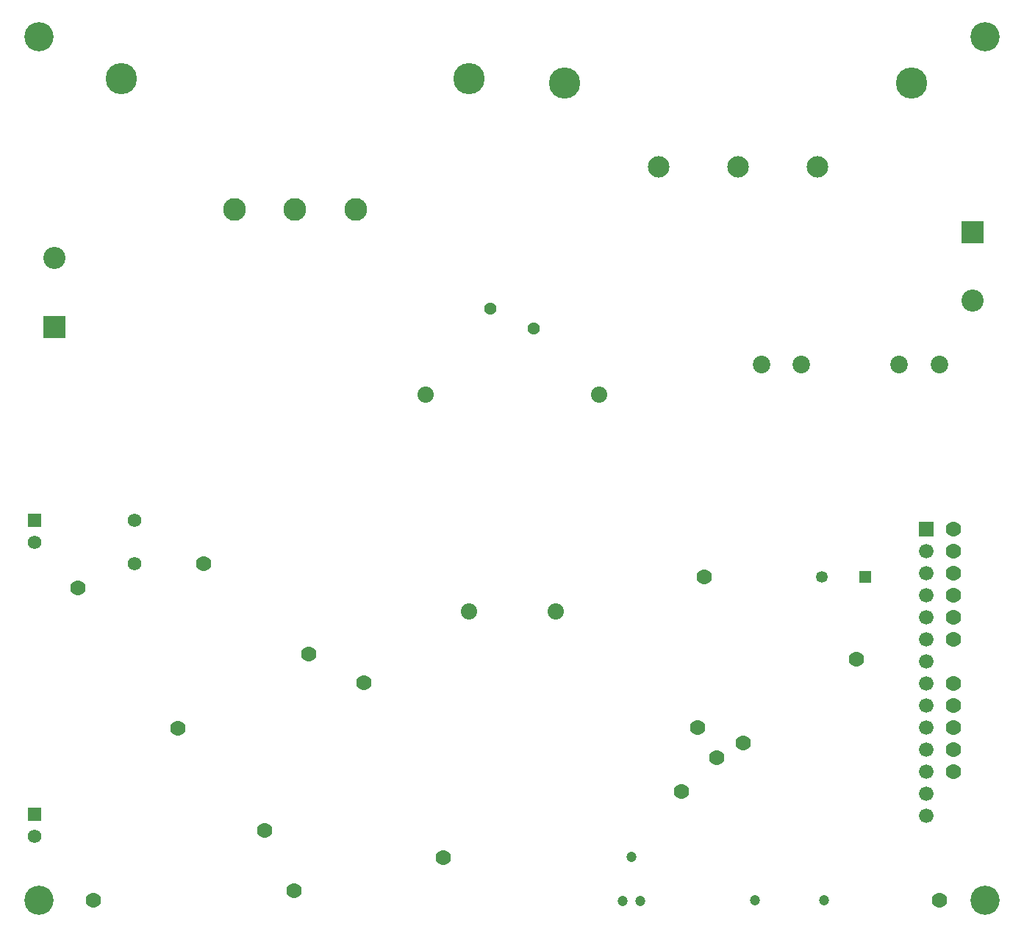
<source format=gbs>
G04*
G04 #@! TF.GenerationSoftware,Altium Limited,CircuitStudio,1.5.2 (30)*
G04*
G04 Layer_Color=16711935*
%FSLAX44Y44*%
%MOMM*%
G71*
G01*
G75*
%ADD92C,3.6000*%
%ADD93C,2.6260*%
%ADD94C,2.4760*%
%ADD95C,1.3510*%
%ADD96R,1.3510X1.3510*%
%ADD97C,1.7760*%
%ADD98C,1.6760*%
%ADD99R,1.6760X1.6760*%
%ADD100C,1.5760*%
%ADD101R,1.5760X1.5760*%
%ADD102C,3.3540*%
%ADD103C,1.4260*%
%ADD104R,2.5510X2.5510*%
%ADD105C,2.5510*%
%ADD106C,2.0260*%
%ADD107C,1.2000*%
%ADD108C,1.2040*%
%ADD109C,1.8760*%
D92*
X750000Y1526500D02*
D03*
X350000D02*
D03*
X860000Y1521250D02*
D03*
X1260000D02*
D03*
D93*
X620000Y1375500D02*
D03*
X550000D02*
D03*
X480000D02*
D03*
D94*
X1151400Y1424750D02*
D03*
X1060000D02*
D03*
X968600D02*
D03*
D95*
X1156520Y952720D02*
D03*
D96*
X1206520D02*
D03*
D97*
X1196630Y857420D02*
D03*
X1308390Y905820D02*
D03*
Y956420D02*
D03*
Y981820D02*
D03*
Y931020D02*
D03*
Y1007220D02*
D03*
Y778620D02*
D03*
Y753220D02*
D03*
Y727820D02*
D03*
Y804020D02*
D03*
Y829420D02*
D03*
Y880220D02*
D03*
X565440Y863770D02*
D03*
X994700Y705020D02*
D03*
X1065820Y760900D02*
D03*
X1021520Y952720D02*
D03*
X515000Y660000D02*
D03*
X720380Y628820D02*
D03*
X628940Y830750D02*
D03*
X445000Y967500D02*
D03*
X415000Y778000D02*
D03*
X300010Y939970D02*
D03*
X1292500Y580000D02*
D03*
X317500D02*
D03*
X1035340Y744500D02*
D03*
X1014000Y779000D02*
D03*
X549000Y590580D02*
D03*
D98*
X1276640Y677080D02*
D03*
Y702480D02*
D03*
Y727880D02*
D03*
Y753280D02*
D03*
Y778680D02*
D03*
Y804080D02*
D03*
Y829480D02*
D03*
Y854880D02*
D03*
Y880280D02*
D03*
Y905680D02*
D03*
Y931080D02*
D03*
Y956480D02*
D03*
Y981880D02*
D03*
D99*
Y1007280D02*
D03*
D100*
X365000Y967500D02*
D03*
Y1017500D02*
D03*
X250000Y653500D02*
D03*
Y992500D02*
D03*
D101*
Y678500D02*
D03*
Y1017500D02*
D03*
D102*
X255000Y580000D02*
D03*
X1345000D02*
D03*
Y1575000D02*
D03*
X255000D02*
D03*
D103*
X774877Y1261185D02*
D03*
X825122Y1238814D02*
D03*
D104*
X272500Y1240400D02*
D03*
X1330000Y1349600D02*
D03*
D105*
X272500Y1319600D02*
D03*
X1330000Y1270400D02*
D03*
D106*
X1246000Y1197000D02*
D03*
X1292000D02*
D03*
X1133000D02*
D03*
X1087000D02*
D03*
D107*
X937000Y630100D02*
D03*
X926840Y579300D02*
D03*
X947160D02*
D03*
D108*
X1159500Y580000D02*
D03*
X1079500D02*
D03*
D109*
X850000Y912500D02*
D03*
X750000D02*
D03*
X700000Y1162500D02*
D03*
X900000D02*
D03*
M02*

</source>
